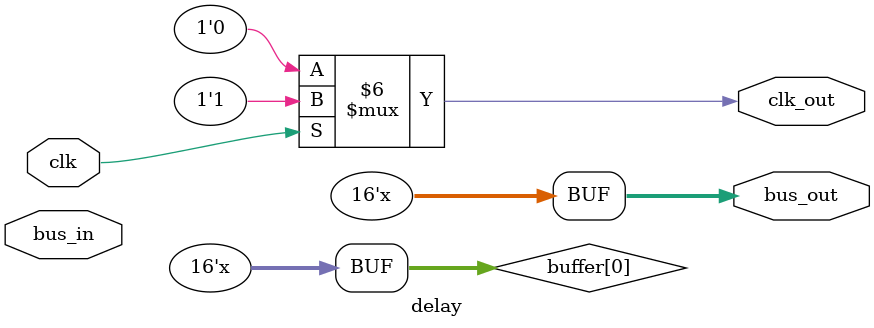
<source format=sv>
`timescale 1ps / 1ps
module delay(bus_in, bus_out, clk, clk_out);
    parameter data_size = 16;
    parameter size = 1;
    parameter cycle = 1;
    localparam buffer_size = cycle + 1;

    input [data_size*size - 1:0] bus_in;
    input clk;
    output [data_size*size - 1:0] bus_out;
    output reg clk_out;

    reg [data_size*size - 1:0] buffer [0:buffer_size - 1];

    integer index;

    initial begin
        for (index = 0; index < buffer_size; index = index + 1) begin
            buffer[index] = 0;
        end
    end

    assign bus_out = buffer[0];

    always @(clk) begin
        if (clk) begin
            for (index = 1; index < buffer_size; index = index + 1) begin
                buffer[index - 1] = buffer[index];
            end
            buffer[buffer_size - 1] = bus_in;
            clk_out = 1;
        end else begin
            clk_out = 0;
        end
    end
endmodule

</source>
